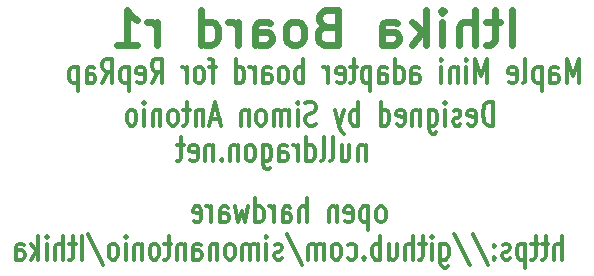
<source format=gbo>
G04 (created by PCBNEW-RS274X (2012-01-19 BZR 3256)-stable) date 27/06/2012 6:41:12 PM*
G01*
G70*
G90*
%MOIN*%
G04 Gerber Fmt 3.4, Leading zero omitted, Abs format*
%FSLAX34Y34*%
G04 APERTURE LIST*
%ADD10C,0.006000*%
%ADD11C,0.012000*%
%ADD12C,0.023800*%
G04 APERTURE END LIST*
G54D10*
G54D11*
X25698Y-28513D02*
X25756Y-28475D01*
X25784Y-28437D01*
X25813Y-28360D01*
X25813Y-28132D01*
X25784Y-28056D01*
X25756Y-28018D01*
X25698Y-27979D01*
X25613Y-27979D01*
X25556Y-28018D01*
X25527Y-28056D01*
X25498Y-28132D01*
X25498Y-28360D01*
X25527Y-28437D01*
X25556Y-28475D01*
X25613Y-28513D01*
X25698Y-28513D01*
X25241Y-27979D02*
X25241Y-28779D01*
X25241Y-28018D02*
X25184Y-27979D01*
X25070Y-27979D01*
X25013Y-28018D01*
X24984Y-28056D01*
X24955Y-28132D01*
X24955Y-28360D01*
X24984Y-28437D01*
X25013Y-28475D01*
X25070Y-28513D01*
X25184Y-28513D01*
X25241Y-28475D01*
X24470Y-28475D02*
X24527Y-28513D01*
X24641Y-28513D01*
X24698Y-28475D01*
X24727Y-28399D01*
X24727Y-28094D01*
X24698Y-28018D01*
X24641Y-27979D01*
X24527Y-27979D01*
X24470Y-28018D01*
X24441Y-28094D01*
X24441Y-28170D01*
X24727Y-28246D01*
X24184Y-27979D02*
X24184Y-28513D01*
X24184Y-28056D02*
X24156Y-28018D01*
X24098Y-27979D01*
X24013Y-27979D01*
X23956Y-28018D01*
X23927Y-28094D01*
X23927Y-28513D01*
X23184Y-28513D02*
X23184Y-27713D01*
X22927Y-28513D02*
X22927Y-28094D01*
X22956Y-28018D01*
X23013Y-27979D01*
X23098Y-27979D01*
X23156Y-28018D01*
X23184Y-28056D01*
X22384Y-28513D02*
X22384Y-28094D01*
X22413Y-28018D01*
X22470Y-27979D01*
X22584Y-27979D01*
X22641Y-28018D01*
X22384Y-28475D02*
X22441Y-28513D01*
X22584Y-28513D01*
X22641Y-28475D01*
X22670Y-28399D01*
X22670Y-28322D01*
X22641Y-28246D01*
X22584Y-28208D01*
X22441Y-28208D01*
X22384Y-28170D01*
X22098Y-28513D02*
X22098Y-27979D01*
X22098Y-28132D02*
X22070Y-28056D01*
X22041Y-28018D01*
X21984Y-27979D01*
X21927Y-27979D01*
X21470Y-28513D02*
X21470Y-27713D01*
X21470Y-28475D02*
X21527Y-28513D01*
X21641Y-28513D01*
X21699Y-28475D01*
X21727Y-28437D01*
X21756Y-28360D01*
X21756Y-28132D01*
X21727Y-28056D01*
X21699Y-28018D01*
X21641Y-27979D01*
X21527Y-27979D01*
X21470Y-28018D01*
X21241Y-27979D02*
X21127Y-28513D01*
X21013Y-28132D01*
X20898Y-28513D01*
X20784Y-27979D01*
X20298Y-28513D02*
X20298Y-28094D01*
X20327Y-28018D01*
X20384Y-27979D01*
X20498Y-27979D01*
X20555Y-28018D01*
X20298Y-28475D02*
X20355Y-28513D01*
X20498Y-28513D01*
X20555Y-28475D01*
X20584Y-28399D01*
X20584Y-28322D01*
X20555Y-28246D01*
X20498Y-28208D01*
X20355Y-28208D01*
X20298Y-28170D01*
X20012Y-28513D02*
X20012Y-27979D01*
X20012Y-28132D02*
X19984Y-28056D01*
X19955Y-28018D01*
X19898Y-27979D01*
X19841Y-27979D01*
X19413Y-28475D02*
X19470Y-28513D01*
X19584Y-28513D01*
X19641Y-28475D01*
X19670Y-28399D01*
X19670Y-28094D01*
X19641Y-28018D01*
X19584Y-27979D01*
X19470Y-27979D01*
X19413Y-28018D01*
X19384Y-28094D01*
X19384Y-28170D01*
X19670Y-28246D01*
X31702Y-29753D02*
X31702Y-28953D01*
X31445Y-29753D02*
X31445Y-29334D01*
X31474Y-29258D01*
X31531Y-29219D01*
X31616Y-29219D01*
X31674Y-29258D01*
X31702Y-29296D01*
X31245Y-29219D02*
X31016Y-29219D01*
X31159Y-28953D02*
X31159Y-29639D01*
X31131Y-29715D01*
X31073Y-29753D01*
X31016Y-29753D01*
X30902Y-29219D02*
X30673Y-29219D01*
X30816Y-28953D02*
X30816Y-29639D01*
X30788Y-29715D01*
X30730Y-29753D01*
X30673Y-29753D01*
X30473Y-29219D02*
X30473Y-30019D01*
X30473Y-29258D02*
X30416Y-29219D01*
X30302Y-29219D01*
X30245Y-29258D01*
X30216Y-29296D01*
X30187Y-29372D01*
X30187Y-29600D01*
X30216Y-29677D01*
X30245Y-29715D01*
X30302Y-29753D01*
X30416Y-29753D01*
X30473Y-29715D01*
X29959Y-29715D02*
X29902Y-29753D01*
X29787Y-29753D01*
X29730Y-29715D01*
X29702Y-29639D01*
X29702Y-29600D01*
X29730Y-29524D01*
X29787Y-29486D01*
X29873Y-29486D01*
X29930Y-29448D01*
X29959Y-29372D01*
X29959Y-29334D01*
X29930Y-29258D01*
X29873Y-29219D01*
X29787Y-29219D01*
X29730Y-29258D01*
X29444Y-29677D02*
X29416Y-29715D01*
X29444Y-29753D01*
X29473Y-29715D01*
X29444Y-29677D01*
X29444Y-29753D01*
X29444Y-29258D02*
X29416Y-29296D01*
X29444Y-29334D01*
X29473Y-29296D01*
X29444Y-29258D01*
X29444Y-29334D01*
X28730Y-28915D02*
X29244Y-29943D01*
X28101Y-28915D02*
X28615Y-29943D01*
X27643Y-29219D02*
X27643Y-29867D01*
X27672Y-29943D01*
X27700Y-29981D01*
X27757Y-30019D01*
X27843Y-30019D01*
X27900Y-29981D01*
X27643Y-29715D02*
X27700Y-29753D01*
X27814Y-29753D01*
X27872Y-29715D01*
X27900Y-29677D01*
X27929Y-29600D01*
X27929Y-29372D01*
X27900Y-29296D01*
X27872Y-29258D01*
X27814Y-29219D01*
X27700Y-29219D01*
X27643Y-29258D01*
X27357Y-29753D02*
X27357Y-29219D01*
X27357Y-28953D02*
X27386Y-28991D01*
X27357Y-29029D01*
X27329Y-28991D01*
X27357Y-28953D01*
X27357Y-29029D01*
X27157Y-29219D02*
X26928Y-29219D01*
X27071Y-28953D02*
X27071Y-29639D01*
X27043Y-29715D01*
X26985Y-29753D01*
X26928Y-29753D01*
X26728Y-29753D02*
X26728Y-28953D01*
X26471Y-29753D02*
X26471Y-29334D01*
X26500Y-29258D01*
X26557Y-29219D01*
X26642Y-29219D01*
X26700Y-29258D01*
X26728Y-29296D01*
X25928Y-29219D02*
X25928Y-29753D01*
X26185Y-29219D02*
X26185Y-29639D01*
X26157Y-29715D01*
X26099Y-29753D01*
X26014Y-29753D01*
X25957Y-29715D01*
X25928Y-29677D01*
X25642Y-29753D02*
X25642Y-28953D01*
X25642Y-29258D02*
X25585Y-29219D01*
X25471Y-29219D01*
X25414Y-29258D01*
X25385Y-29296D01*
X25356Y-29372D01*
X25356Y-29600D01*
X25385Y-29677D01*
X25414Y-29715D01*
X25471Y-29753D01*
X25585Y-29753D01*
X25642Y-29715D01*
X25099Y-29677D02*
X25071Y-29715D01*
X25099Y-29753D01*
X25128Y-29715D01*
X25099Y-29677D01*
X25099Y-29753D01*
X24556Y-29715D02*
X24613Y-29753D01*
X24727Y-29753D01*
X24785Y-29715D01*
X24813Y-29677D01*
X24842Y-29600D01*
X24842Y-29372D01*
X24813Y-29296D01*
X24785Y-29258D01*
X24727Y-29219D01*
X24613Y-29219D01*
X24556Y-29258D01*
X24213Y-29753D02*
X24271Y-29715D01*
X24299Y-29677D01*
X24328Y-29600D01*
X24328Y-29372D01*
X24299Y-29296D01*
X24271Y-29258D01*
X24213Y-29219D01*
X24128Y-29219D01*
X24071Y-29258D01*
X24042Y-29296D01*
X24013Y-29372D01*
X24013Y-29600D01*
X24042Y-29677D01*
X24071Y-29715D01*
X24128Y-29753D01*
X24213Y-29753D01*
X23756Y-29753D02*
X23756Y-29219D01*
X23756Y-29296D02*
X23728Y-29258D01*
X23670Y-29219D01*
X23585Y-29219D01*
X23528Y-29258D01*
X23499Y-29334D01*
X23499Y-29753D01*
X23499Y-29334D02*
X23470Y-29258D01*
X23413Y-29219D01*
X23328Y-29219D01*
X23270Y-29258D01*
X23242Y-29334D01*
X23242Y-29753D01*
X22528Y-28915D02*
X23042Y-29943D01*
X22356Y-29715D02*
X22299Y-29753D01*
X22184Y-29753D01*
X22127Y-29715D01*
X22099Y-29639D01*
X22099Y-29600D01*
X22127Y-29524D01*
X22184Y-29486D01*
X22270Y-29486D01*
X22327Y-29448D01*
X22356Y-29372D01*
X22356Y-29334D01*
X22327Y-29258D01*
X22270Y-29219D01*
X22184Y-29219D01*
X22127Y-29258D01*
X21841Y-29753D02*
X21841Y-29219D01*
X21841Y-28953D02*
X21870Y-28991D01*
X21841Y-29029D01*
X21813Y-28991D01*
X21841Y-28953D01*
X21841Y-29029D01*
X21555Y-29753D02*
X21555Y-29219D01*
X21555Y-29296D02*
X21527Y-29258D01*
X21469Y-29219D01*
X21384Y-29219D01*
X21327Y-29258D01*
X21298Y-29334D01*
X21298Y-29753D01*
X21298Y-29334D02*
X21269Y-29258D01*
X21212Y-29219D01*
X21127Y-29219D01*
X21069Y-29258D01*
X21041Y-29334D01*
X21041Y-29753D01*
X20669Y-29753D02*
X20727Y-29715D01*
X20755Y-29677D01*
X20784Y-29600D01*
X20784Y-29372D01*
X20755Y-29296D01*
X20727Y-29258D01*
X20669Y-29219D01*
X20584Y-29219D01*
X20527Y-29258D01*
X20498Y-29296D01*
X20469Y-29372D01*
X20469Y-29600D01*
X20498Y-29677D01*
X20527Y-29715D01*
X20584Y-29753D01*
X20669Y-29753D01*
X20212Y-29219D02*
X20212Y-29753D01*
X20212Y-29296D02*
X20184Y-29258D01*
X20126Y-29219D01*
X20041Y-29219D01*
X19984Y-29258D01*
X19955Y-29334D01*
X19955Y-29753D01*
X19412Y-29753D02*
X19412Y-29334D01*
X19441Y-29258D01*
X19498Y-29219D01*
X19612Y-29219D01*
X19669Y-29258D01*
X19412Y-29715D02*
X19469Y-29753D01*
X19612Y-29753D01*
X19669Y-29715D01*
X19698Y-29639D01*
X19698Y-29562D01*
X19669Y-29486D01*
X19612Y-29448D01*
X19469Y-29448D01*
X19412Y-29410D01*
X19126Y-29219D02*
X19126Y-29753D01*
X19126Y-29296D02*
X19098Y-29258D01*
X19040Y-29219D01*
X18955Y-29219D01*
X18898Y-29258D01*
X18869Y-29334D01*
X18869Y-29753D01*
X18669Y-29219D02*
X18440Y-29219D01*
X18583Y-28953D02*
X18583Y-29639D01*
X18555Y-29715D01*
X18497Y-29753D01*
X18440Y-29753D01*
X18154Y-29753D02*
X18212Y-29715D01*
X18240Y-29677D01*
X18269Y-29600D01*
X18269Y-29372D01*
X18240Y-29296D01*
X18212Y-29258D01*
X18154Y-29219D01*
X18069Y-29219D01*
X18012Y-29258D01*
X17983Y-29296D01*
X17954Y-29372D01*
X17954Y-29600D01*
X17983Y-29677D01*
X18012Y-29715D01*
X18069Y-29753D01*
X18154Y-29753D01*
X17697Y-29219D02*
X17697Y-29753D01*
X17697Y-29296D02*
X17669Y-29258D01*
X17611Y-29219D01*
X17526Y-29219D01*
X17469Y-29258D01*
X17440Y-29334D01*
X17440Y-29753D01*
X17154Y-29753D02*
X17154Y-29219D01*
X17154Y-28953D02*
X17183Y-28991D01*
X17154Y-29029D01*
X17126Y-28991D01*
X17154Y-28953D01*
X17154Y-29029D01*
X16782Y-29753D02*
X16840Y-29715D01*
X16868Y-29677D01*
X16897Y-29600D01*
X16897Y-29372D01*
X16868Y-29296D01*
X16840Y-29258D01*
X16782Y-29219D01*
X16697Y-29219D01*
X16640Y-29258D01*
X16611Y-29296D01*
X16582Y-29372D01*
X16582Y-29600D01*
X16611Y-29677D01*
X16640Y-29715D01*
X16697Y-29753D01*
X16782Y-29753D01*
X15897Y-28915D02*
X16411Y-29943D01*
X15696Y-29753D02*
X15696Y-28953D01*
X15496Y-29219D02*
X15267Y-29219D01*
X15410Y-28953D02*
X15410Y-29639D01*
X15382Y-29715D01*
X15324Y-29753D01*
X15267Y-29753D01*
X15067Y-29753D02*
X15067Y-28953D01*
X14810Y-29753D02*
X14810Y-29334D01*
X14839Y-29258D01*
X14896Y-29219D01*
X14981Y-29219D01*
X15039Y-29258D01*
X15067Y-29296D01*
X14524Y-29753D02*
X14524Y-29219D01*
X14524Y-28953D02*
X14553Y-28991D01*
X14524Y-29029D01*
X14496Y-28991D01*
X14524Y-28953D01*
X14524Y-29029D01*
X14238Y-29753D02*
X14238Y-28953D01*
X14181Y-29448D02*
X14010Y-29753D01*
X14010Y-29219D02*
X14238Y-29524D01*
X13495Y-29753D02*
X13495Y-29334D01*
X13524Y-29258D01*
X13581Y-29219D01*
X13695Y-29219D01*
X13752Y-29258D01*
X13495Y-29715D02*
X13552Y-29753D01*
X13695Y-29753D01*
X13752Y-29715D01*
X13781Y-29639D01*
X13781Y-29562D01*
X13752Y-29486D01*
X13695Y-29448D01*
X13552Y-29448D01*
X13495Y-29410D01*
X25148Y-25931D02*
X25148Y-26465D01*
X25148Y-26008D02*
X25120Y-25970D01*
X25062Y-25931D01*
X24977Y-25931D01*
X24920Y-25970D01*
X24891Y-26046D01*
X24891Y-26465D01*
X24348Y-25931D02*
X24348Y-26465D01*
X24605Y-25931D02*
X24605Y-26351D01*
X24577Y-26427D01*
X24519Y-26465D01*
X24434Y-26465D01*
X24377Y-26427D01*
X24348Y-26389D01*
X23976Y-26465D02*
X24034Y-26427D01*
X24062Y-26351D01*
X24062Y-25665D01*
X23662Y-26465D02*
X23720Y-26427D01*
X23748Y-26351D01*
X23748Y-25665D01*
X23177Y-26465D02*
X23177Y-25665D01*
X23177Y-26427D02*
X23234Y-26465D01*
X23348Y-26465D01*
X23406Y-26427D01*
X23434Y-26389D01*
X23463Y-26312D01*
X23463Y-26084D01*
X23434Y-26008D01*
X23406Y-25970D01*
X23348Y-25931D01*
X23234Y-25931D01*
X23177Y-25970D01*
X22891Y-26465D02*
X22891Y-25931D01*
X22891Y-26084D02*
X22863Y-26008D01*
X22834Y-25970D01*
X22777Y-25931D01*
X22720Y-25931D01*
X22263Y-26465D02*
X22263Y-26046D01*
X22292Y-25970D01*
X22349Y-25931D01*
X22463Y-25931D01*
X22520Y-25970D01*
X22263Y-26427D02*
X22320Y-26465D01*
X22463Y-26465D01*
X22520Y-26427D01*
X22549Y-26351D01*
X22549Y-26274D01*
X22520Y-26198D01*
X22463Y-26160D01*
X22320Y-26160D01*
X22263Y-26122D01*
X21720Y-25931D02*
X21720Y-26579D01*
X21749Y-26655D01*
X21777Y-26693D01*
X21834Y-26731D01*
X21920Y-26731D01*
X21977Y-26693D01*
X21720Y-26427D02*
X21777Y-26465D01*
X21891Y-26465D01*
X21949Y-26427D01*
X21977Y-26389D01*
X22006Y-26312D01*
X22006Y-26084D01*
X21977Y-26008D01*
X21949Y-25970D01*
X21891Y-25931D01*
X21777Y-25931D01*
X21720Y-25970D01*
X21348Y-26465D02*
X21406Y-26427D01*
X21434Y-26389D01*
X21463Y-26312D01*
X21463Y-26084D01*
X21434Y-26008D01*
X21406Y-25970D01*
X21348Y-25931D01*
X21263Y-25931D01*
X21206Y-25970D01*
X21177Y-26008D01*
X21148Y-26084D01*
X21148Y-26312D01*
X21177Y-26389D01*
X21206Y-26427D01*
X21263Y-26465D01*
X21348Y-26465D01*
X20891Y-25931D02*
X20891Y-26465D01*
X20891Y-26008D02*
X20863Y-25970D01*
X20805Y-25931D01*
X20720Y-25931D01*
X20663Y-25970D01*
X20634Y-26046D01*
X20634Y-26465D01*
X20348Y-26389D02*
X20320Y-26427D01*
X20348Y-26465D01*
X20377Y-26427D01*
X20348Y-26389D01*
X20348Y-26465D01*
X20062Y-25931D02*
X20062Y-26465D01*
X20062Y-26008D02*
X20034Y-25970D01*
X19976Y-25931D01*
X19891Y-25931D01*
X19834Y-25970D01*
X19805Y-26046D01*
X19805Y-26465D01*
X19291Y-26427D02*
X19348Y-26465D01*
X19462Y-26465D01*
X19519Y-26427D01*
X19548Y-26351D01*
X19548Y-26046D01*
X19519Y-25970D01*
X19462Y-25931D01*
X19348Y-25931D01*
X19291Y-25970D01*
X19262Y-26046D01*
X19262Y-26122D01*
X19548Y-26198D01*
X19091Y-25931D02*
X18862Y-25931D01*
X19005Y-25665D02*
X19005Y-26351D01*
X18977Y-26427D01*
X18919Y-26465D01*
X18862Y-26465D01*
X29394Y-25284D02*
X29394Y-24484D01*
X29251Y-24484D01*
X29166Y-24522D01*
X29108Y-24598D01*
X29080Y-24674D01*
X29051Y-24827D01*
X29051Y-24941D01*
X29080Y-25093D01*
X29108Y-25170D01*
X29166Y-25246D01*
X29251Y-25284D01*
X29394Y-25284D01*
X28566Y-25246D02*
X28623Y-25284D01*
X28737Y-25284D01*
X28794Y-25246D01*
X28823Y-25170D01*
X28823Y-24865D01*
X28794Y-24789D01*
X28737Y-24750D01*
X28623Y-24750D01*
X28566Y-24789D01*
X28537Y-24865D01*
X28537Y-24941D01*
X28823Y-25017D01*
X28309Y-25246D02*
X28252Y-25284D01*
X28137Y-25284D01*
X28080Y-25246D01*
X28052Y-25170D01*
X28052Y-25131D01*
X28080Y-25055D01*
X28137Y-25017D01*
X28223Y-25017D01*
X28280Y-24979D01*
X28309Y-24903D01*
X28309Y-24865D01*
X28280Y-24789D01*
X28223Y-24750D01*
X28137Y-24750D01*
X28080Y-24789D01*
X27794Y-25284D02*
X27794Y-24750D01*
X27794Y-24484D02*
X27823Y-24522D01*
X27794Y-24560D01*
X27766Y-24522D01*
X27794Y-24484D01*
X27794Y-24560D01*
X27251Y-24750D02*
X27251Y-25398D01*
X27280Y-25474D01*
X27308Y-25512D01*
X27365Y-25550D01*
X27451Y-25550D01*
X27508Y-25512D01*
X27251Y-25246D02*
X27308Y-25284D01*
X27422Y-25284D01*
X27480Y-25246D01*
X27508Y-25208D01*
X27537Y-25131D01*
X27537Y-24903D01*
X27508Y-24827D01*
X27480Y-24789D01*
X27422Y-24750D01*
X27308Y-24750D01*
X27251Y-24789D01*
X26965Y-24750D02*
X26965Y-25284D01*
X26965Y-24827D02*
X26937Y-24789D01*
X26879Y-24750D01*
X26794Y-24750D01*
X26737Y-24789D01*
X26708Y-24865D01*
X26708Y-25284D01*
X26194Y-25246D02*
X26251Y-25284D01*
X26365Y-25284D01*
X26422Y-25246D01*
X26451Y-25170D01*
X26451Y-24865D01*
X26422Y-24789D01*
X26365Y-24750D01*
X26251Y-24750D01*
X26194Y-24789D01*
X26165Y-24865D01*
X26165Y-24941D01*
X26451Y-25017D01*
X25651Y-25284D02*
X25651Y-24484D01*
X25651Y-25246D02*
X25708Y-25284D01*
X25822Y-25284D01*
X25880Y-25246D01*
X25908Y-25208D01*
X25937Y-25131D01*
X25937Y-24903D01*
X25908Y-24827D01*
X25880Y-24789D01*
X25822Y-24750D01*
X25708Y-24750D01*
X25651Y-24789D01*
X24908Y-25284D02*
X24908Y-24484D01*
X24908Y-24789D02*
X24851Y-24750D01*
X24737Y-24750D01*
X24680Y-24789D01*
X24651Y-24827D01*
X24622Y-24903D01*
X24622Y-25131D01*
X24651Y-25208D01*
X24680Y-25246D01*
X24737Y-25284D01*
X24851Y-25284D01*
X24908Y-25246D01*
X24422Y-24750D02*
X24279Y-25284D01*
X24137Y-24750D02*
X24279Y-25284D01*
X24337Y-25474D01*
X24365Y-25512D01*
X24422Y-25550D01*
X23480Y-25246D02*
X23394Y-25284D01*
X23251Y-25284D01*
X23194Y-25246D01*
X23165Y-25208D01*
X23137Y-25131D01*
X23137Y-25055D01*
X23165Y-24979D01*
X23194Y-24941D01*
X23251Y-24903D01*
X23365Y-24865D01*
X23423Y-24827D01*
X23451Y-24789D01*
X23480Y-24712D01*
X23480Y-24636D01*
X23451Y-24560D01*
X23423Y-24522D01*
X23365Y-24484D01*
X23223Y-24484D01*
X23137Y-24522D01*
X22880Y-25284D02*
X22880Y-24750D01*
X22880Y-24484D02*
X22909Y-24522D01*
X22880Y-24560D01*
X22852Y-24522D01*
X22880Y-24484D01*
X22880Y-24560D01*
X22594Y-25284D02*
X22594Y-24750D01*
X22594Y-24827D02*
X22566Y-24789D01*
X22508Y-24750D01*
X22423Y-24750D01*
X22366Y-24789D01*
X22337Y-24865D01*
X22337Y-25284D01*
X22337Y-24865D02*
X22308Y-24789D01*
X22251Y-24750D01*
X22166Y-24750D01*
X22108Y-24789D01*
X22080Y-24865D01*
X22080Y-25284D01*
X21708Y-25284D02*
X21766Y-25246D01*
X21794Y-25208D01*
X21823Y-25131D01*
X21823Y-24903D01*
X21794Y-24827D01*
X21766Y-24789D01*
X21708Y-24750D01*
X21623Y-24750D01*
X21566Y-24789D01*
X21537Y-24827D01*
X21508Y-24903D01*
X21508Y-25131D01*
X21537Y-25208D01*
X21566Y-25246D01*
X21623Y-25284D01*
X21708Y-25284D01*
X21251Y-24750D02*
X21251Y-25284D01*
X21251Y-24827D02*
X21223Y-24789D01*
X21165Y-24750D01*
X21080Y-24750D01*
X21023Y-24789D01*
X20994Y-24865D01*
X20994Y-25284D01*
X20280Y-25055D02*
X19994Y-25055D01*
X20337Y-25284D02*
X20137Y-24484D01*
X19937Y-25284D01*
X19737Y-24750D02*
X19737Y-25284D01*
X19737Y-24827D02*
X19709Y-24789D01*
X19651Y-24750D01*
X19566Y-24750D01*
X19509Y-24789D01*
X19480Y-24865D01*
X19480Y-25284D01*
X19280Y-24750D02*
X19051Y-24750D01*
X19194Y-24484D02*
X19194Y-25170D01*
X19166Y-25246D01*
X19108Y-25284D01*
X19051Y-25284D01*
X18765Y-25284D02*
X18823Y-25246D01*
X18851Y-25208D01*
X18880Y-25131D01*
X18880Y-24903D01*
X18851Y-24827D01*
X18823Y-24789D01*
X18765Y-24750D01*
X18680Y-24750D01*
X18623Y-24789D01*
X18594Y-24827D01*
X18565Y-24903D01*
X18565Y-25131D01*
X18594Y-25208D01*
X18623Y-25246D01*
X18680Y-25284D01*
X18765Y-25284D01*
X18308Y-24750D02*
X18308Y-25284D01*
X18308Y-24827D02*
X18280Y-24789D01*
X18222Y-24750D01*
X18137Y-24750D01*
X18080Y-24789D01*
X18051Y-24865D01*
X18051Y-25284D01*
X17765Y-25284D02*
X17765Y-24750D01*
X17765Y-24484D02*
X17794Y-24522D01*
X17765Y-24560D01*
X17737Y-24522D01*
X17765Y-24484D01*
X17765Y-24560D01*
X17393Y-25284D02*
X17451Y-25246D01*
X17479Y-25208D01*
X17508Y-25131D01*
X17508Y-24903D01*
X17479Y-24827D01*
X17451Y-24789D01*
X17393Y-24750D01*
X17308Y-24750D01*
X17251Y-24789D01*
X17222Y-24827D01*
X17193Y-24903D01*
X17193Y-25131D01*
X17222Y-25208D01*
X17251Y-25246D01*
X17308Y-25284D01*
X17393Y-25284D01*
X32251Y-23867D02*
X32251Y-23067D01*
X32051Y-23638D01*
X31851Y-23067D01*
X31851Y-23867D01*
X31308Y-23867D02*
X31308Y-23448D01*
X31337Y-23372D01*
X31394Y-23333D01*
X31508Y-23333D01*
X31565Y-23372D01*
X31308Y-23829D02*
X31365Y-23867D01*
X31508Y-23867D01*
X31565Y-23829D01*
X31594Y-23753D01*
X31594Y-23676D01*
X31565Y-23600D01*
X31508Y-23562D01*
X31365Y-23562D01*
X31308Y-23524D01*
X31022Y-23333D02*
X31022Y-24133D01*
X31022Y-23372D02*
X30965Y-23333D01*
X30851Y-23333D01*
X30794Y-23372D01*
X30765Y-23410D01*
X30736Y-23486D01*
X30736Y-23714D01*
X30765Y-23791D01*
X30794Y-23829D01*
X30851Y-23867D01*
X30965Y-23867D01*
X31022Y-23829D01*
X30393Y-23867D02*
X30451Y-23829D01*
X30479Y-23753D01*
X30479Y-23067D01*
X29937Y-23829D02*
X29994Y-23867D01*
X30108Y-23867D01*
X30165Y-23829D01*
X30194Y-23753D01*
X30194Y-23448D01*
X30165Y-23372D01*
X30108Y-23333D01*
X29994Y-23333D01*
X29937Y-23372D01*
X29908Y-23448D01*
X29908Y-23524D01*
X30194Y-23600D01*
X29194Y-23867D02*
X29194Y-23067D01*
X28994Y-23638D01*
X28794Y-23067D01*
X28794Y-23867D01*
X28508Y-23867D02*
X28508Y-23333D01*
X28508Y-23067D02*
X28537Y-23105D01*
X28508Y-23143D01*
X28480Y-23105D01*
X28508Y-23067D01*
X28508Y-23143D01*
X28222Y-23333D02*
X28222Y-23867D01*
X28222Y-23410D02*
X28194Y-23372D01*
X28136Y-23333D01*
X28051Y-23333D01*
X27994Y-23372D01*
X27965Y-23448D01*
X27965Y-23867D01*
X27679Y-23867D02*
X27679Y-23333D01*
X27679Y-23067D02*
X27708Y-23105D01*
X27679Y-23143D01*
X27651Y-23105D01*
X27679Y-23067D01*
X27679Y-23143D01*
X26679Y-23867D02*
X26679Y-23448D01*
X26708Y-23372D01*
X26765Y-23333D01*
X26879Y-23333D01*
X26936Y-23372D01*
X26679Y-23829D02*
X26736Y-23867D01*
X26879Y-23867D01*
X26936Y-23829D01*
X26965Y-23753D01*
X26965Y-23676D01*
X26936Y-23600D01*
X26879Y-23562D01*
X26736Y-23562D01*
X26679Y-23524D01*
X26136Y-23867D02*
X26136Y-23067D01*
X26136Y-23829D02*
X26193Y-23867D01*
X26307Y-23867D01*
X26365Y-23829D01*
X26393Y-23791D01*
X26422Y-23714D01*
X26422Y-23486D01*
X26393Y-23410D01*
X26365Y-23372D01*
X26307Y-23333D01*
X26193Y-23333D01*
X26136Y-23372D01*
X25593Y-23867D02*
X25593Y-23448D01*
X25622Y-23372D01*
X25679Y-23333D01*
X25793Y-23333D01*
X25850Y-23372D01*
X25593Y-23829D02*
X25650Y-23867D01*
X25793Y-23867D01*
X25850Y-23829D01*
X25879Y-23753D01*
X25879Y-23676D01*
X25850Y-23600D01*
X25793Y-23562D01*
X25650Y-23562D01*
X25593Y-23524D01*
X25307Y-23333D02*
X25307Y-24133D01*
X25307Y-23372D02*
X25250Y-23333D01*
X25136Y-23333D01*
X25079Y-23372D01*
X25050Y-23410D01*
X25021Y-23486D01*
X25021Y-23714D01*
X25050Y-23791D01*
X25079Y-23829D01*
X25136Y-23867D01*
X25250Y-23867D01*
X25307Y-23829D01*
X24850Y-23333D02*
X24621Y-23333D01*
X24764Y-23067D02*
X24764Y-23753D01*
X24736Y-23829D01*
X24678Y-23867D01*
X24621Y-23867D01*
X24193Y-23829D02*
X24250Y-23867D01*
X24364Y-23867D01*
X24421Y-23829D01*
X24450Y-23753D01*
X24450Y-23448D01*
X24421Y-23372D01*
X24364Y-23333D01*
X24250Y-23333D01*
X24193Y-23372D01*
X24164Y-23448D01*
X24164Y-23524D01*
X24450Y-23600D01*
X23907Y-23867D02*
X23907Y-23333D01*
X23907Y-23486D02*
X23879Y-23410D01*
X23850Y-23372D01*
X23793Y-23333D01*
X23736Y-23333D01*
X23079Y-23867D02*
X23079Y-23067D01*
X23079Y-23372D02*
X23022Y-23333D01*
X22908Y-23333D01*
X22851Y-23372D01*
X22822Y-23410D01*
X22793Y-23486D01*
X22793Y-23714D01*
X22822Y-23791D01*
X22851Y-23829D01*
X22908Y-23867D01*
X23022Y-23867D01*
X23079Y-23829D01*
X22450Y-23867D02*
X22508Y-23829D01*
X22536Y-23791D01*
X22565Y-23714D01*
X22565Y-23486D01*
X22536Y-23410D01*
X22508Y-23372D01*
X22450Y-23333D01*
X22365Y-23333D01*
X22308Y-23372D01*
X22279Y-23410D01*
X22250Y-23486D01*
X22250Y-23714D01*
X22279Y-23791D01*
X22308Y-23829D01*
X22365Y-23867D01*
X22450Y-23867D01*
X21736Y-23867D02*
X21736Y-23448D01*
X21765Y-23372D01*
X21822Y-23333D01*
X21936Y-23333D01*
X21993Y-23372D01*
X21736Y-23829D02*
X21793Y-23867D01*
X21936Y-23867D01*
X21993Y-23829D01*
X22022Y-23753D01*
X22022Y-23676D01*
X21993Y-23600D01*
X21936Y-23562D01*
X21793Y-23562D01*
X21736Y-23524D01*
X21450Y-23867D02*
X21450Y-23333D01*
X21450Y-23486D02*
X21422Y-23410D01*
X21393Y-23372D01*
X21336Y-23333D01*
X21279Y-23333D01*
X20822Y-23867D02*
X20822Y-23067D01*
X20822Y-23829D02*
X20879Y-23867D01*
X20993Y-23867D01*
X21051Y-23829D01*
X21079Y-23791D01*
X21108Y-23714D01*
X21108Y-23486D01*
X21079Y-23410D01*
X21051Y-23372D01*
X20993Y-23333D01*
X20879Y-23333D01*
X20822Y-23372D01*
X20165Y-23333D02*
X19936Y-23333D01*
X20079Y-23867D02*
X20079Y-23181D01*
X20051Y-23105D01*
X19993Y-23067D01*
X19936Y-23067D01*
X19650Y-23867D02*
X19708Y-23829D01*
X19736Y-23791D01*
X19765Y-23714D01*
X19765Y-23486D01*
X19736Y-23410D01*
X19708Y-23372D01*
X19650Y-23333D01*
X19565Y-23333D01*
X19508Y-23372D01*
X19479Y-23410D01*
X19450Y-23486D01*
X19450Y-23714D01*
X19479Y-23791D01*
X19508Y-23829D01*
X19565Y-23867D01*
X19650Y-23867D01*
X19193Y-23867D02*
X19193Y-23333D01*
X19193Y-23486D02*
X19165Y-23410D01*
X19136Y-23372D01*
X19079Y-23333D01*
X19022Y-23333D01*
X18022Y-23867D02*
X18222Y-23486D01*
X18365Y-23867D02*
X18365Y-23067D01*
X18137Y-23067D01*
X18079Y-23105D01*
X18051Y-23143D01*
X18022Y-23219D01*
X18022Y-23333D01*
X18051Y-23410D01*
X18079Y-23448D01*
X18137Y-23486D01*
X18365Y-23486D01*
X17537Y-23829D02*
X17594Y-23867D01*
X17708Y-23867D01*
X17765Y-23829D01*
X17794Y-23753D01*
X17794Y-23448D01*
X17765Y-23372D01*
X17708Y-23333D01*
X17594Y-23333D01*
X17537Y-23372D01*
X17508Y-23448D01*
X17508Y-23524D01*
X17794Y-23600D01*
X17251Y-23333D02*
X17251Y-24133D01*
X17251Y-23372D02*
X17194Y-23333D01*
X17080Y-23333D01*
X17023Y-23372D01*
X16994Y-23410D01*
X16965Y-23486D01*
X16965Y-23714D01*
X16994Y-23791D01*
X17023Y-23829D01*
X17080Y-23867D01*
X17194Y-23867D01*
X17251Y-23829D01*
X16365Y-23867D02*
X16565Y-23486D01*
X16708Y-23867D02*
X16708Y-23067D01*
X16480Y-23067D01*
X16422Y-23105D01*
X16394Y-23143D01*
X16365Y-23219D01*
X16365Y-23333D01*
X16394Y-23410D01*
X16422Y-23448D01*
X16480Y-23486D01*
X16708Y-23486D01*
X15851Y-23867D02*
X15851Y-23448D01*
X15880Y-23372D01*
X15937Y-23333D01*
X16051Y-23333D01*
X16108Y-23372D01*
X15851Y-23829D02*
X15908Y-23867D01*
X16051Y-23867D01*
X16108Y-23829D01*
X16137Y-23753D01*
X16137Y-23676D01*
X16108Y-23600D01*
X16051Y-23562D01*
X15908Y-23562D01*
X15851Y-23524D01*
X15565Y-23333D02*
X15565Y-24133D01*
X15565Y-23372D02*
X15508Y-23333D01*
X15394Y-23333D01*
X15337Y-23372D01*
X15308Y-23410D01*
X15279Y-23486D01*
X15279Y-23714D01*
X15308Y-23791D01*
X15337Y-23829D01*
X15394Y-23867D01*
X15508Y-23867D01*
X15565Y-23829D01*
G54D12*
X30018Y-22604D02*
X30018Y-21423D01*
X29625Y-21816D02*
X29175Y-21816D01*
X29456Y-21423D02*
X29456Y-22435D01*
X29400Y-22547D01*
X29287Y-22604D01*
X29175Y-22604D01*
X28781Y-22604D02*
X28781Y-21423D01*
X28275Y-22604D02*
X28275Y-21985D01*
X28331Y-21872D01*
X28443Y-21816D01*
X28612Y-21816D01*
X28725Y-21872D01*
X28781Y-21929D01*
X27712Y-22604D02*
X27712Y-21816D01*
X27712Y-21423D02*
X27768Y-21479D01*
X27712Y-21535D01*
X27656Y-21479D01*
X27712Y-21423D01*
X27712Y-21535D01*
X27150Y-22604D02*
X27150Y-21423D01*
X27037Y-22154D02*
X26700Y-22604D01*
X26700Y-21816D02*
X27150Y-22266D01*
X25688Y-22604D02*
X25688Y-21985D01*
X25744Y-21872D01*
X25856Y-21816D01*
X26081Y-21816D01*
X26194Y-21872D01*
X25688Y-22547D02*
X25800Y-22604D01*
X26081Y-22604D01*
X26194Y-22547D01*
X26250Y-22435D01*
X26250Y-22322D01*
X26194Y-22210D01*
X26081Y-22154D01*
X25800Y-22154D01*
X25688Y-22097D01*
X23831Y-21985D02*
X23662Y-22041D01*
X23606Y-22097D01*
X23550Y-22210D01*
X23550Y-22379D01*
X23606Y-22491D01*
X23662Y-22547D01*
X23775Y-22604D01*
X24225Y-22604D01*
X24225Y-21423D01*
X23831Y-21423D01*
X23719Y-21479D01*
X23662Y-21535D01*
X23606Y-21647D01*
X23606Y-21760D01*
X23662Y-21872D01*
X23719Y-21929D01*
X23831Y-21985D01*
X24225Y-21985D01*
X22875Y-22604D02*
X22988Y-22547D01*
X23044Y-22491D01*
X23100Y-22379D01*
X23100Y-22041D01*
X23044Y-21929D01*
X22988Y-21872D01*
X22875Y-21816D01*
X22706Y-21816D01*
X22594Y-21872D01*
X22538Y-21929D01*
X22481Y-22041D01*
X22481Y-22379D01*
X22538Y-22491D01*
X22594Y-22547D01*
X22706Y-22604D01*
X22875Y-22604D01*
X21469Y-22604D02*
X21469Y-21985D01*
X21525Y-21872D01*
X21637Y-21816D01*
X21862Y-21816D01*
X21975Y-21872D01*
X21469Y-22547D02*
X21581Y-22604D01*
X21862Y-22604D01*
X21975Y-22547D01*
X22031Y-22435D01*
X22031Y-22322D01*
X21975Y-22210D01*
X21862Y-22154D01*
X21581Y-22154D01*
X21469Y-22097D01*
X20906Y-22604D02*
X20906Y-21816D01*
X20906Y-22041D02*
X20850Y-21929D01*
X20793Y-21872D01*
X20681Y-21816D01*
X20568Y-21816D01*
X19669Y-22604D02*
X19669Y-21423D01*
X19669Y-22547D02*
X19781Y-22604D01*
X20006Y-22604D01*
X20119Y-22547D01*
X20175Y-22491D01*
X20231Y-22379D01*
X20231Y-22041D01*
X20175Y-21929D01*
X20119Y-21872D01*
X20006Y-21816D01*
X19781Y-21816D01*
X19669Y-21872D01*
X18206Y-22604D02*
X18206Y-21816D01*
X18206Y-22041D02*
X18150Y-21929D01*
X18093Y-21872D01*
X17981Y-21816D01*
X17868Y-21816D01*
X16856Y-22604D02*
X17531Y-22604D01*
X17194Y-22604D02*
X17194Y-21423D01*
X17306Y-21591D01*
X17419Y-21704D01*
X17531Y-21760D01*
M02*

</source>
